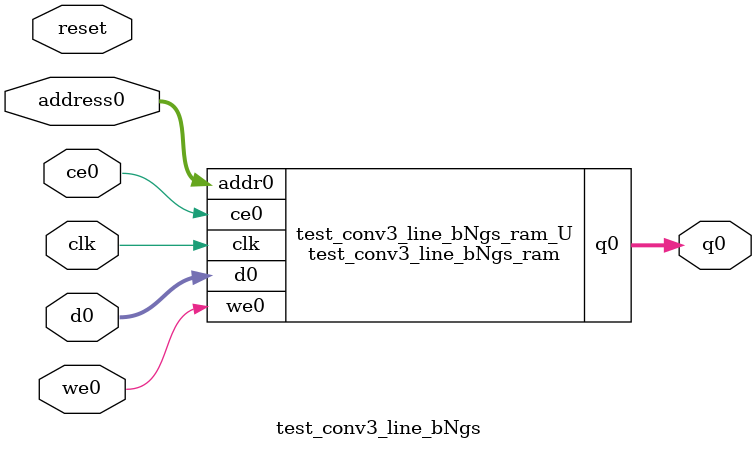
<source format=v>
`timescale 1 ns / 1 ps
module test_conv3_line_bNgs_ram (addr0, ce0, d0, we0, q0,  clk);

parameter DWIDTH = 4;
parameter AWIDTH = 7;
parameter MEM_SIZE = 82;

input[AWIDTH-1:0] addr0;
input ce0;
input[DWIDTH-1:0] d0;
input we0;
output reg[DWIDTH-1:0] q0;
input clk;

(* ram_style = "distributed" *)reg [DWIDTH-1:0] ram[0:MEM_SIZE-1];




always @(posedge clk)  
begin 
    if (ce0) begin
        if (we0) 
            ram[addr0] <= d0; 
        q0 <= ram[addr0];
    end
end


endmodule

`timescale 1 ns / 1 ps
module test_conv3_line_bNgs(
    reset,
    clk,
    address0,
    ce0,
    we0,
    d0,
    q0);

parameter DataWidth = 32'd4;
parameter AddressRange = 32'd82;
parameter AddressWidth = 32'd7;
input reset;
input clk;
input[AddressWidth - 1:0] address0;
input ce0;
input we0;
input[DataWidth - 1:0] d0;
output[DataWidth - 1:0] q0;



test_conv3_line_bNgs_ram test_conv3_line_bNgs_ram_U(
    .clk( clk ),
    .addr0( address0 ),
    .ce0( ce0 ),
    .we0( we0 ),
    .d0( d0 ),
    .q0( q0 ));

endmodule


</source>
